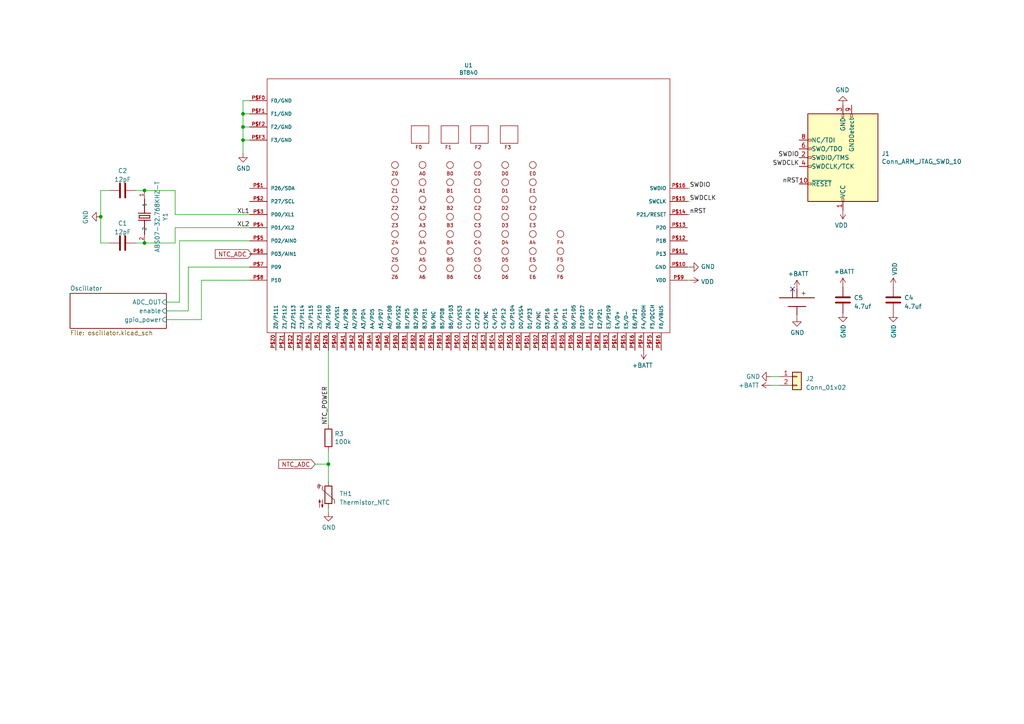
<source format=kicad_sch>
(kicad_sch (version 20230121) (generator eeschema)
  (paper "A4")
  (lib_symbols
    (symbol "Connector_Generic:Conn_01x02" (pin_names (offset 1.016) hide)
      (property "Reference" "J" (at 0 2.54 0))
      (property "Value" "Conn_01x02" (at 0 -5.08 0))
      (symbol "Conn_01x02_1_1"
        (rectangle (start -1.27 -2.413) (end 0 -2.667) (stroke (width 0.1524)))
        (rectangle (start -1.27 0.127) (end 0 -0.127) (stroke (width 0.1524)))
        (rectangle (start -1.27 1.27) (end 1.27 -3.81) (stroke (width 0.254)) (fill (type background)))
        (pin passive line (at -5.08 0 0) (length 3.81) (name "Pin_1") (number "1"))
        (pin passive line (at -5.08 -2.54 0) (length 3.81) (name "Pin_2") (number "2"))
      )
    )
    (symbol "Device:C" (pin_numbers hide) (pin_names (offset 0.254))
      (property "Reference" "C" (at 0.635 2.54 0))
      (property "Value" "C" (at 0.635 -2.54 0))
      (symbol "C_0_1"
        (polyline (pts (xy -2.032 -0.762) (xy 2.032 -0.762)) (stroke (width 0.508)))
        (polyline (pts (xy -2.032 0.762) (xy 2.032 0.762)) (stroke (width 0.508)))
      )
      (symbol "C_1_1"
        (pin passive line (at 0 3.81 270) (length 2.794) (name "~") (number "1"))
        (pin passive line (at 0 -3.81 90) (length 2.794) (name "~") (number "2"))
      )
    )
    (symbol "Device:R" (pin_numbers hide) (pin_names (offset 0))
      (property "Reference" "R" (at 2.032 0 90))
      (property "Value" "R" (at 0 0 90))
      (symbol "R_0_1"
        (rectangle (start -1.016 -2.54) (end 1.016 2.54) (stroke (width 0.254)))
      )
      (symbol "R_1_1"
        (pin passive line (at 0 3.81 270) (length 1.27) (name "~") (number "1"))
        (pin passive line (at 0 -3.81 90) (length 1.27) (name "~") (number "2"))
      )
    )
    (symbol "Device:Thermistor_NTC" (pin_numbers hide) (pin_names (offset 0))
      (property "Reference" "TH" (at -4.445 0 90))
      (property "Value" "Thermistor_NTC" (at 3.175 0 90))
      (symbol "Thermistor_NTC_0_1"
        (arc (start -3.048 2.159) (mid -3.0495 2.3143) (end -3.175 2.413))
        (arc (start -3.048 2.159) (mid -2.9736 1.9794) (end -2.794 1.905))
        (arc (start -3.048 2.794) (mid -2.9736 2.6144) (end -2.794 2.54))
        (arc (start -2.794 1.905) (mid -2.6144 1.9794) (end -2.54 2.159))
        (arc (start -2.794 2.54) (mid -2.4393 2.5587) (end -2.159 2.794))
        (arc (start -2.794 3.048) (mid -2.9736 2.9736) (end -3.048 2.794))
        (arc (start -2.54 2.794) (mid -2.6144 2.9736) (end -2.794 3.048))
        (rectangle (start -1.016 2.54) (end 1.016 -2.54) (stroke (width 0.254)))
        (polyline (pts (xy -2.54 2.159) (xy -2.54 2.794)))
        (polyline (pts (xy -1.778 2.54) (xy -1.778 1.524) (xy 1.778 -1.524) (xy 1.778 -2.54)))
        (polyline (pts (xy -2.54 -3.683) (xy -2.54 -1.397) (xy -2.794 -2.159) (xy -2.286 -2.159) (xy -2.54 -1.397) (xy -2.54 -1.651)) (fill (type outline)))
        (polyline (pts (xy -1.778 -1.397) (xy -1.778 -3.683) (xy -2.032 -2.921) (xy -1.524 -2.921) (xy -1.778 -3.683) (xy -1.778 -3.429)) (fill (type outline)))
      )
      (symbol "Thermistor_NTC_1_1"
        (pin passive line (at 0 3.81 270) (length 1.27) (name "~") (number "1"))
        (pin passive line (at 0 -3.81 90) (length 1.27) (name "~") (number "2"))
      )
    )
    (symbol "power:+BATT" (power) (pin_names (offset 0))
      (property "Value" "+BATT" (at 0 3.556 0))
      (symbol "+BATT_0_1"
        (polyline (pts (xy -0.762 1.27) (xy 0 2.54)))
        (polyline (pts (xy 0 0) (xy 0 2.54)))
        (polyline (pts (xy 0 2.54) (xy 0.762 1.27)))
      )
      (symbol "+BATT_1_1"
        (pin power_in line (at 0 0 90) (length 0) hide (name "+BATT") (number "1"))
      )
    )
    (symbol "power:GND" (power) (pin_names (offset 0))
      (property "Value" "GND" (at 0 -3.81 0))
      (symbol "GND_0_1"
        (polyline (pts (xy 0 0) (xy 0 -1.27) (xy 1.27 -1.27) (xy 0 -2.54) (xy -1.27 -1.27) (xy 0 -1.27)))
      )
      (symbol "GND_1_1"
        (pin power_in line (at 0 0 270) (length 0) hide (name "GND") (number "1"))
      )
    )
    (symbol "power:VDD" (power) (pin_names (offset 0))
      (property "Value" "VDD" (at 0 3.81 0))
      (symbol "VDD_0_1"
        (polyline (pts (xy -0.762 1.27) (xy 0 2.54)))
        (polyline (pts (xy 0 0) (xy 0 2.54)))
        (polyline (pts (xy 0 2.54) (xy 0.762 1.27)))
      )
      (symbol "VDD_1_1"
        (pin power_in line (at 0 0 90) (length 0) hide (name "VDD") (number "1"))
      )
    )
    (symbol "soilmoisture-rescue:ABS07-32.768KHZ-T-ABS07-32.768KHZ-T" (pin_names (offset 1.016))
      (property "Reference" "Y" (at -3.81 2.286 0))
      (property "Value" "ABS07-32.768KHZ-T:ABS07-32.768KHZ-T" (at -3.81 -3.81 0))
      (symbol "ABS07-32.768KHZ-T-ABS07-32.768KHZ-T_0_0"
        (polyline (pts (xy -5.08 0) (xy -1.016 0)) (stroke (width 0.254)))
        (polyline (pts (xy -1.016 0) (xy -1.016 -1.778)) (stroke (width 0.254)))
        (polyline (pts (xy -1.016 1.778) (xy -1.016 0)) (stroke (width 0.254)))
        (polyline (pts (xy -0.381 -1.524) (xy 0.381 -1.524)) (stroke (width 0.254)))
        (polyline (pts (xy -0.381 1.524) (xy -0.381 -1.524)) (stroke (width 0.254)))
        (polyline (pts (xy 0.381 -1.524) (xy 0.381 1.524)) (stroke (width 0.254)))
        (polyline (pts (xy 0.381 1.524) (xy -0.381 1.524)) (stroke (width 0.254)))
        (polyline (pts (xy 1.016 0) (xy 1.016 -1.778)) (stroke (width 0.254)))
        (polyline (pts (xy 1.016 1.778) (xy 1.016 0)) (stroke (width 0.254)))
        (polyline (pts (xy 5.08 0) (xy 1.016 0)) (stroke (width 0.254)))
        (pin passive line (at -7.62 0 0) (length 2.54) (name "1") (number "1"))
        (pin passive line (at 7.62 0 180) (length 2.54) (name "2") (number "2"))
      )
    )
    (symbol "soilmoisture-rescue:BAT-HLD-001-BAT-HLD-001" (pin_numbers hide) (pin_names (offset 1.016) hide)
      (symbol "BAT-HLD-001-BAT-HLD-001_0_0"
        (polyline (pts (xy -5.08 0) (xy 5.08 0)) (stroke (width 0.254)))
        (polyline (pts (xy -2.54 -2.54) (xy 2.54 -2.54)) (stroke (width 0.254)))
        (text "+" (at 1.0414 0.6096 0) (effects (font (size 1.27 1.27)) (justify left bottom)))
        (pin bidirectional line (at -1.27 2.54 270) (length 2.54) (name "+@1") (number "+@1"))
        (pin bidirectional line (at 0 2.54 270) (length 2.54) (name "+@2") (number "+@2"))
        (pin bidirectional line (at 0 -5.08 90) (length 2.54) (name "-") (number "-"))
      )
    )
    (symbol "soilmoisture-rescue:BT840-Fanstel-modules" (pin_names (offset 1.016))
      (property "Reference" "U" (at 0 48.26 0))
      (property "Value" "Fanstel-modules:BT840" (at 62.23 -26.67 0))
      (symbol "BT840-Fanstel-modules_0_1"
        (rectangle (start -57.15 46.99) (end 59.69 -26.67))
      )
      (symbol "BT840-Fanstel-modules_1_0"
        (polyline (pts (xy -15.3162 28.2956) (xy -15.3162 33.3756)))
        (polyline (pts (xy -15.3162 33.3756) (xy -10.2362 33.3756)))
        (polyline (pts (xy -10.2362 28.2956) (xy -15.3162 28.2956)))
        (polyline (pts (xy -10.2362 33.3756) (xy -10.2362 28.2956)))
        (polyline (pts (xy -6.6802 28.2956) (xy -6.6802 33.3756)))
        (polyline (pts (xy -6.6802 33.3756) (xy -1.6256 33.3756)))
        (polyline (pts (xy -1.6256 28.2956) (xy -6.6802 28.2956)))
        (polyline (pts (xy -1.6256 33.3756) (xy -1.6256 28.2956)))
        (polyline (pts (xy 1.905 28.2956) (xy 1.905 33.3756)))
        (polyline (pts (xy 1.905 33.3756) (xy 6.985 33.3756)))
        (polyline (pts (xy 6.985 28.2956) (xy 1.905 28.2956)))
        (polyline (pts (xy 6.985 33.3756) (xy 6.985 28.2956)))
        (polyline (pts (xy 10.5156 28.2956) (xy 10.5156 33.3756)))
        (polyline (pts (xy 10.5156 33.3756) (xy 15.5956 33.3756)))
        (polyline (pts (xy 15.5956 28.2956) (xy 10.5156 28.2956)))
        (polyline (pts (xy 15.5956 33.3756) (xy 15.5956 28.2956)))
        (text "A0" (at -12.0904 19.5072 0) (effects (font (size 1.016 1.016))))
        (text "A1" (at -12.0904 14.5034 0) (effects (font (size 1.016 1.016))))
        (text "A2" (at -12.0904 9.4996 0) (effects (font (size 1.016 1.016))))
        (text "A3" (at -12.0904 4.4958 0) (effects (font (size 1.016 1.016))))
        (text "A4" (at -12.0904 -0.4826 0) (effects (font (size 1.016 1.016))))
        (text "A4" (at 19.8628 -0.4826 0) (effects (font (size 1.016 1.016))))
        (text "A5" (at -12.0904 -5.4864 0) (effects (font (size 1.016 1.016))))
        (text "A6" (at -12.0904 -10.4902 0) (effects (font (size 1.016 1.016))))
        (text "B0" (at -4.1148 19.5072 0) (effects (font (size 1.016 1.016))))
        (text "B1" (at -4.1148 14.5034 0) (effects (font (size 1.016 1.016))))
        (text "B2" (at -4.1148 9.4996 0) (effects (font (size 1.016 1.016))))
        (text "B3" (at -4.1148 4.4958 0) (effects (font (size 1.016 1.016))))
        (text "B4" (at -4.1148 -0.4826 0) (effects (font (size 1.016 1.016))))
        (text "B5" (at -4.1148 -5.4864 0) (effects (font (size 1.016 1.016))))
        (text "B6" (at -4.1148 -10.4902 0) (effects (font (size 1.016 1.016))))
        (text "C0" (at 3.8608 19.5072 0) (effects (font (size 1.016 1.016))))
        (text "C1" (at 3.8608 14.5034 0) (effects (font (size 1.016 1.016))))
        (text "C2" (at 3.8608 9.4996 0) (effects (font (size 1.016 1.016))))
        (text "C3" (at 3.8608 4.4958 0) (effects (font (size 1.016 1.016))))
        (text "C4" (at 3.8608 -0.4826 0) (effects (font (size 1.016 1.016))))
        (text "C5" (at 3.8608 -5.4864 0) (effects (font (size 1.016 1.016))))
        (text "C6" (at 3.8608 -10.4902 0) (effects (font (size 1.016 1.016))))
        (text "D0" (at 11.8618 19.5072 0) (effects (font (size 1.016 1.016))))
        (text "D1" (at 11.8618 14.5034 0) (effects (font (size 1.016 1.016))))
        (text "D2" (at 11.8618 9.4996 0) (effects (font (size 1.016 1.016))))
        (text "D3" (at 11.8618 4.4958 0) (effects (font (size 1.016 1.016))))
        (text "D4" (at 11.8618 -0.4826 0) (effects (font (size 1.016 1.016))))
        (text "D5" (at 11.8618 -5.4864 0) (effects (font (size 1.016 1.016))))
        (text "D6" (at 11.8618 -10.4902 0) (effects (font (size 1.016 1.016))))
        (text "E0" (at 19.8628 19.5072 0) (effects (font (size 1.016 1.016))))
        (text "E1" (at 19.8628 14.5034 0) (effects (font (size 1.016 1.016))))
        (text "E2" (at 19.8628 9.4996 0) (effects (font (size 1.016 1.016))))
        (text "E3" (at 19.8628 4.4958 0) (effects (font (size 1.016 1.016))))
        (text "E5" (at 19.8628 -5.4864 0) (effects (font (size 1.016 1.016))))
        (text "E6" (at 19.8628 -10.4902 0) (effects (font (size 1.016 1.016))))
        (text "F0" (at -13.1826 27.1272 0) (effects (font (size 1.016 1.016))))
        (text "F1" (at -4.572 27.1272 0) (effects (font (size 1.016 1.016))))
        (text "F2" (at 4.0386 27.1272 0) (effects (font (size 1.016 1.016))))
        (text "F3" (at 12.6492 27.1272 0) (effects (font (size 1.016 1.016))))
        (text "F4" (at 27.8638 -0.4826 0) (effects (font (size 1.016 1.016))))
        (text "F5" (at 27.8638 -5.4864 0) (effects (font (size 1.016 1.016))))
        (text "F6" (at 27.8638 -10.4902 0) (effects (font (size 1.016 1.016))))
        (text "Z0" (at -20.0914 19.5072 0) (effects (font (size 1.016 1.016))))
        (text "Z1" (at -20.0914 14.5034 0) (effects (font (size 1.016 1.016))))
        (text "Z2" (at -20.0914 9.4996 0) (effects (font (size 1.016 1.016))))
        (text "Z3" (at -20.0914 4.4958 0) (effects (font (size 1.016 1.016))))
        (text "Z4" (at -20.0914 -0.4826 0) (effects (font (size 1.016 1.016))))
        (text "Z5" (at -20.0914 -5.4864 0) (effects (font (size 1.016 1.016))))
        (text "Z6" (at -20.0914 -10.4902 0) (effects (font (size 1.016 1.016))))
      )
      (symbol "BT840-Fanstel-modules_1_1"
        (circle (center -20.066 -7.9756) (radius 0.9906))
        (circle (center -20.066 -2.9972) (radius 0.9906))
        (circle (center -20.066 1.9812) (radius 0.9906))
        (circle (center -20.066 6.985) (radius 0.9906))
        (circle (center -20.066 11.9888) (radius 0.9906))
        (circle (center -20.066 16.9926) (radius 0.9906))
        (circle (center -20.066 21.9964) (radius 0.9906))
        (circle (center -12.065 -7.9756) (radius 0.9906))
        (circle (center -12.065 -2.9972) (radius 0.9906))
        (circle (center -12.065 1.9812) (radius 0.9906))
        (circle (center -12.065 6.985) (radius 0.9906))
        (circle (center -12.065 11.9888) (radius 0.9906))
        (circle (center -12.065 16.9926) (radius 0.9906))
        (circle (center -12.065 21.9964) (radius 0.9906))
        (circle (center -4.0894 -7.9756) (radius 0.9906))
        (circle (center -4.0894 -2.9972) (radius 0.9906))
        (circle (center -4.0894 1.9812) (radius 0.9906))
        (circle (center -4.0894 6.985) (radius 0.9906))
        (circle (center -4.0894 11.9888) (radius 0.9906))
        (circle (center -4.0894 16.9926) (radius 0.9906))
        (circle (center -4.0894 21.9964) (radius 0.9906))
        (circle (center 3.9116 -7.9756) (radius 0.9906))
        (circle (center 3.9116 -2.9972) (radius 0.9906))
        (circle (center 3.9116 1.9812) (radius 0.9906))
        (circle (center 3.9116 6.985) (radius 0.9906))
        (circle (center 3.9116 11.9888) (radius 0.9906))
        (circle (center 3.9116 16.9926) (radius 0.9906))
        (circle (center 3.9116 21.9964) (radius 0.9906))
        (circle (center 11.9126 -7.9756) (radius 0.9906))
        (circle (center 11.9126 -2.9972) (radius 0.9906))
        (circle (center 11.9126 1.9812) (radius 0.9906))
        (circle (center 11.9126 6.985) (radius 0.9906))
        (circle (center 11.9126 11.9888) (radius 0.9906))
        (circle (center 11.9126 16.9926) (radius 0.9906))
        (circle (center 11.9126 21.9964) (radius 0.9906))
        (circle (center 19.9136 -7.9756) (radius 0.9906))
        (circle (center 19.9136 -2.9972) (radius 0.9906))
        (circle (center 19.9136 1.9812) (radius 0.9906))
        (circle (center 19.9136 6.985) (radius 0.9906))
        (circle (center 19.9136 11.9888) (radius 0.9906))
        (circle (center 19.9136 16.9926) (radius 0.9906))
        (circle (center 19.9136 21.9964) (radius 0.9906))
        (circle (center 27.9146 -7.9756) (radius 0.9906))
        (circle (center 27.9146 -2.9972) (radius 0.9906))
        (circle (center 27.9146 1.9812) (radius 0.9906))
        (pin bidirectional line (at -62.23 15.24 0) (length 5.08) (name "P26/SDA") (number "P$1"))
        (pin bidirectional line (at 64.77 -7.62 180) (length 5.08) (name "GND") (number "P$10"))
        (pin bidirectional line (at 64.77 -3.81 180) (length 5.08) (name "P13") (number "P$11"))
        (pin bidirectional line (at 64.77 0 180) (length 5.08) (name "P18") (number "P$12"))
        (pin bidirectional line (at 64.77 3.81 180) (length 5.08) (name "P20") (number "P$13"))
        (pin bidirectional line (at 64.77 7.62 180) (length 5.08) (name "P21/RESET") (number "P$14"))
        (pin bidirectional line (at 64.77 11.43 180) (length 5.08) (name "SWCLK") (number "P$15"))
        (pin bidirectional line (at 64.77 15.24 180) (length 5.08) (name "SWDIO") (number "P$16"))
        (pin bidirectional line (at -62.23 11.43 0) (length 5.08) (name "P27/SCL") (number "P$2"))
        (pin bidirectional line (at -62.23 7.62 0) (length 5.08) (name "P00/XL1") (number "P$3"))
        (pin bidirectional line (at -62.23 3.81 0) (length 5.08) (name "P01/XL2") (number "P$4"))
        (pin bidirectional line (at -62.23 0 0) (length 5.08) (name "P02/AIN0") (number "P$5"))
        (pin bidirectional line (at -62.23 -3.81 0) (length 5.08) (name "P03/AIN1") (number "P$6"))
        (pin bidirectional line (at -62.23 -7.62 0) (length 5.08) (name "P09") (number "P$7"))
        (pin bidirectional line (at -62.23 -11.43 0) (length 5.08) (name "P10") (number "P$8"))
        (pin bidirectional line (at 64.77 -11.43 180) (length 5.08) (name "VDD") (number "P$9"))
        (pin bidirectional line (at -36.83 -31.75 90) (length 5.08) (name "A0/VSS1") (number "P$A0"))
        (pin bidirectional line (at -34.29 -31.75 90) (length 5.08) (name "A1/P28") (number "P$A1"))
        (pin bidirectional line (at -31.75 -31.75 90) (length 5.08) (name "A2/P29") (number "P$A2"))
        (pin bidirectional line (at -29.21 -31.75 90) (length 5.08) (name "A3/P04") (number "P$A3"))
        (pin bidirectional line (at -26.67 -31.75 90) (length 5.08) (name "A4/P05") (number "P$A4"))
        (pin bidirectional line (at -24.13 -31.75 90) (length 5.08) (name "A5/P07") (number "P$A5"))
        (pin bidirectional line (at -21.59 -31.75 90) (length 5.08) (name "A6/P108") (number "P$A6"))
        (pin bidirectional line (at -19.05 -31.75 90) (length 5.08) (name "B0/VSS2") (number "P$B0"))
        (pin bidirectional line (at -16.51 -31.75 90) (length 5.08) (name "B1/P25") (number "P$B1"))
        (pin bidirectional line (at -13.97 -31.75 90) (length 5.08) (name "B2/P30") (number "P$B2"))
        (pin bidirectional line (at -11.43 -31.75 90) (length 5.08) (name "B3/P31") (number "P$B3"))
        (pin bidirectional line (at -8.89 -31.75 90) (length 5.08) (name "B4/NC") (number "P$B4"))
        (pin bidirectional line (at -6.35 -31.75 90) (length 5.08) (name "B5/P08") (number "P$B5"))
        (pin bidirectional line (at -3.81 -31.75 90) (length 5.08) (name "B6/P103") (number "P$B6"))
        (pin bidirectional line (at -1.27 -31.75 90) (length 5.08) (name "C0/VSS3") (number "P$C0"))
        (pin bidirectional line (at 1.27 -31.75 90) (length 5.08) (name "C1/P24") (number "P$C1"))
        (pin bidirectional line (at 3.81 -31.75 90) (length 5.08) (name "C2/P22") (number "P$C2"))
        (pin bidirectional line (at 6.35 -31.75 90) (length 5.08) (name "C3/NC") (number "P$C3"))
        (pin bidirectional line (at 8.89 -31.75 90) (length 5.08) (name "C4/P15") (number "P$C4"))
        (pin bidirectional line (at 11.43 -31.75 90) (length 5.08) (name "C5/P12") (number "P$C5"))
        (pin bidirectional line (at 13.97 -31.75 90) (length 5.08) (name "C6/P104") (number "P$C6"))
        (pin bidirectional line (at 16.51 -31.75 90) (length 5.08) (name "D0/VSS4") (number "P$D0"))
        (pin bidirectional line (at 19.05 -31.75 90) (length 5.08) (name "D1/P23") (number "P$D1"))
        (pin bidirectional line (at 21.59 -31.75 90) (length 5.08) (name "D2/NC") (number "P$D2"))
        (pin bidirectional line (at 24.13 -31.75 90) (length 5.08) (name "D3/P16") (number "P$D3"))
        (pin bidirectional line (at 26.67 -31.75 90) (length 5.08) (name "D4/P14") (number "P$D4"))
        (pin bidirectional line (at 29.21 -31.75 90) (length 5.08) (name "D5/P11") (number "P$D5"))
        (pin bidirectional line (at 31.75 -31.75 90) (length 5.08) (name "D6/P105") (number "P$D6"))
        (pin bidirectional line (at 34.29 -31.75 90) (length 5.08) (name "E0/P107") (number "P$E0"))
        (pin bidirectional line (at 36.83 -31.75 90) (length 5.08) (name "E1/P20") (number "P$E1"))
        (pin bidirectional line (at 39.37 -31.75 90) (length 5.08) (name "E2/P21") (number "P$E2"))
        (pin bidirectional line (at 41.91 -31.75 90) (length 5.08) (name "E3/P109") (number "P$E3"))
        (pin bidirectional line (at 44.45 -31.75 90) (length 5.08) (name "E4/D+") (number "P$E4"))
        (pin bidirectional line (at 46.99 -31.75 90) (length 5.08) (name "E5/D-") (number "P$E5"))
        (pin bidirectional line (at 49.53 -31.75 90) (length 5.08) (name "E6/P12") (number "P$E6"))
        (pin bidirectional line (at -62.23 40.64 0) (length 5.08) (name "F0/GND") (number "P$F0"))
        (pin bidirectional line (at -62.23 36.83 0) (length 5.08) (name "F1/GND") (number "P$F1"))
        (pin bidirectional line (at -62.23 33.02 0) (length 5.08) (name "F2/GND") (number "P$F2"))
        (pin bidirectional line (at -62.23 29.21 0) (length 5.08) (name "F3/GND") (number "P$F3"))
        (pin bidirectional line (at 52.07 -31.75 90) (length 5.08) (name "F4/VDDH") (number "P$F4"))
        (pin bidirectional line (at 54.61 -31.75 90) (length 5.08) (name "F5/DCCH") (number "P$F5"))
        (pin bidirectional line (at 57.15 -31.75 90) (length 5.08) (name "F6/VBUS") (number "P$F6"))
        (pin bidirectional line (at -54.61 -31.75 90) (length 5.08) (name "Z0/P111") (number "P$Z0"))
        (pin bidirectional line (at -52.07 -31.75 90) (length 5.08) (name "Z1/P112") (number "P$Z1"))
        (pin bidirectional line (at -49.53 -31.75 90) (length 5.08) (name "Z2/P113") (number "P$Z2"))
        (pin bidirectional line (at -46.99 -31.75 90) (length 5.08) (name "Z3/P114") (number "P$Z3"))
        (pin bidirectional line (at -44.45 -31.75 90) (length 5.08) (name "Z4/P115") (number "P$Z4"))
        (pin bidirectional line (at -41.91 -31.75 90) (length 5.08) (name "Z5/P110") (number "P$Z5"))
        (pin bidirectional line (at -39.37 -31.75 90) (length 5.08) (name "Z6/P106") (number "P$Z6"))
      )
    )
    (symbol "soilmoisture-rescue:Conn_ARM_JTAG_SWD_10-Connector" (pin_names (offset 1.016))
      (property "Reference" "J" (at -2.54 16.51 0))
      (property "Value" "Connector:Conn_ARM_JTAG_SWD_10" (at -2.54 13.97 0))
      (symbol "Conn_ARM_JTAG_SWD_10-Connector_0_1"
        (rectangle (start -10.16 12.7) (end 10.16 -12.7) (stroke (width 0.254)) (fill (type background)))
        (rectangle (start -2.794 -12.7) (end -2.286 -11.684))
        (rectangle (start -0.254 -12.7) (end 0.254 -11.684))
        (rectangle (start -0.254 12.7) (end 0.254 11.684))
        (rectangle (start 9.144 2.286) (end 10.16 2.794))
        (rectangle (start 10.16 -2.794) (end 9.144 -2.286))
        (rectangle (start 10.16 -0.254) (end 9.144 0.254))
        (rectangle (start 10.16 7.874) (end 9.144 7.366))
      )
      (symbol "Conn_ARM_JTAG_SWD_10-Connector_1_1"
        (rectangle (start 9.144 -5.334) (end 10.16 -4.826))
        (pin power_in line (at 0 15.24 270) (length 2.54) (name "VCC") (number "1"))
        (pin open_collector line (at 12.7 7.62 180) (length 2.54) (name "~{RESET}") (number "10"))
        (pin bidirectional line (at 12.7 0 180) (length 2.54) (name "SWDIO/TMS") (number "2"))
        (pin power_in line (at 0 -15.24 90) (length 2.54) (name "GND") (number "3"))
        (pin output line (at 12.7 2.54 180) (length 2.54) (name "SWDCLK/TCK") (number "4"))
        (pin passive line (at 0 -15.24 90) (length 2.54) hide (name "GND") (number "5"))
        (pin input line (at 12.7 -2.54 180) (length 2.54) (name "SWO/TDO") (number "6"))
        (pin no_connect line (at -10.16 0 0) (length 2.54) hide (name "KEY") (number "7"))
        (pin output line (at 12.7 -5.08 180) (length 2.54) (name "NC/TDI") (number "8"))
        (pin input line (at -2.54 -15.24 90) (length 2.54) (name "GNDDetect") (number "9"))
      )
    )
  )
  (junction (at 29.21 62.865))
  (junction (at 41.91 70.485))
  (junction (at 70.485 33.02))
  (junction (at 41.91 55.245))
  (junction (at 70.485 36.83))
  (junction (at 70.485 40.64))
  (junction (at 95.25 134.62))
  (no_connect (at 229.87 83.82))
  (wire (pts (xy 70.485 40.64) (xy 70.485 44.45)))
  (wire (pts (xy 72.39 62.23) (xy 50.8 62.23)))
  (wire (pts (xy 70.485 33.02) (xy 70.485 36.83)))
  (wire (pts (xy 72.39 81.28) (xy 58.42 81.28)))
  (wire (pts (xy 50.8 62.23) (xy 50.8 55.245)))
  (wire (pts (xy 54.61 90.17) (xy 54.61 77.47)))
  (wire (pts (xy 58.42 92.71) (xy 48.26 92.71)))
  (wire (pts (xy 72.39 73.66) (xy 73.025 73.66)))
  (wire (pts (xy 223.52 111.76) (xy 226.06 111.76)))
  (wire (pts (xy 95.25 101.6) (xy 95.25 123.19)))
  (wire (pts (xy 52.07 69.85) (xy 52.07 87.63)))
  (wire (pts (xy 72.39 40.64) (xy 70.485 40.64)))
  (wire (pts (xy 199.39 58.42) (xy 200.025 58.42)))
  (wire (pts (xy 39.37 55.245) (xy 41.91 55.245)))
  (wire (pts (xy 223.52 109.22) (xy 226.06 109.22)))
  (wire (pts (xy 50.8 55.245) (xy 41.91 55.245)))
  (wire (pts (xy 50.8 66.04) (xy 72.39 66.04)))
  (wire (pts (xy 70.485 36.83) (xy 70.485 40.64)))
  (wire (pts (xy 72.39 36.83) (xy 70.485 36.83)))
  (wire (pts (xy 41.91 70.485) (xy 50.8 70.485)))
  (wire (pts (xy 95.25 134.62) (xy 95.25 130.81)))
  (wire (pts (xy 199.39 81.28) (xy 200.025 81.28)))
  (wire (pts (xy 72.39 29.21) (xy 70.485 29.21)))
  (wire (pts (xy 95.25 139.7) (xy 95.25 134.62)))
  (wire (pts (xy 95.25 148.59) (xy 95.25 147.32)))
  (wire (pts (xy 199.39 62.23) (xy 200.025 62.23)))
  (wire (pts (xy 91.44 134.62) (xy 95.25 134.62)))
  (wire (pts (xy 54.61 77.47) (xy 72.39 77.47)))
  (wire (pts (xy 231.14 91.44) (xy 231.14 92.075)))
  (wire (pts (xy 29.21 55.245) (xy 29.21 62.865)))
  (wire (pts (xy 58.42 81.28) (xy 58.42 92.71)))
  (wire (pts (xy 199.39 77.47) (xy 200.025 77.47)))
  (wire (pts (xy 50.8 70.485) (xy 50.8 66.04)))
  (wire (pts (xy 48.26 87.63) (xy 52.07 87.63)))
  (wire (pts (xy 39.37 70.485) (xy 41.91 70.485)))
  (wire (pts (xy 29.21 62.865) (xy 29.21 70.485)))
  (wire (pts (xy 70.485 29.21) (xy 70.485 33.02)))
  (wire (pts (xy 72.39 69.85) (xy 52.07 69.85)))
  (wire (pts (xy 48.26 90.17) (xy 54.61 90.17)))
  (wire (pts (xy 72.39 33.02) (xy 70.485 33.02)))
  (wire (pts (xy 199.39 54.61) (xy 200.025 54.61)))
  (wire (pts (xy 29.21 70.485) (xy 31.75 70.485)))
  (wire (pts (xy 31.75 55.245) (xy 29.21 55.245)))
  (label "SWDCLK" (at 200.025 58.42 0))
  (label "nRST" (at 200.025 62.23 0))
  (label "SWDIO" (at 200.025 54.61 0))
  (label "SWDCLK" (at 231.775 48.26 180))
  (label "SWDIO" (at 231.775 45.72 180))
  (label "XL1" (at 72.39 62.23 180))
  (label "XL2" (at 72.39 66.04 180))
  (label "nRST" (at 231.775 53.34 180))
  (label "NTC_POWER" (at 95.25 123.19 90))
  (global_label "NTC_ADC" (shape input) (at 73.025 73.66 180) (property "Intersheetrefs" "${INTERSHEET_REFS}" (effects hide)))
  (global_label "NTC_ADC" (shape input) (at 91.44 134.62 180) (property "Intersheetrefs" "${INTERSHEET_REFS}" (effects hide)))
  (symbol (lib_id "soilmoisture-rescue:BT840-Fanstel-modules") (at 134.62 69.85 0) (unit 1)
    (property "Reference" "U1" (at 135.89 18.9484 0) (effects (font (size 1.143 1.143))))
    (property "Value" "BT840" (at 135.89 21.082 0) (effects (font (size 1.143 1.143))))
    (property "Footprint" "Fanstel_modules:BT840-BT840" (effects hide))
  )
  (symbol (lib_id "soilmoisture-rescue:Conn_ARM_JTAG_SWD_10-Connector") (at 244.475 45.72 180) (unit 1)
    (property "Reference" "J1" (at 255.6764 44.5516 0) (effects (justify right)))
    (property "Value" "Conn_ARM_JTAG_SWD_10" (at 255.6764 46.863 0) (effects (justify right)))
    (property "Footprint" "Connector_PinHeader_1.27mm:PinHeader_2x05_P1.27mm_Vertical_SMD" (effects hide))
    (property "Datasheet" "http://infocenter.arm.com/help/topic/com.arm.doc.faqs/attached/13634/cortex_debug_connectors.pdf" (effects hide))
  )
  (symbol (lib_id "power:GND") (at 70.485 44.45 0) (unit 1)
    (property "Reference" "#PWR0101" (effects hide))
    (property "Value" "GND" (at 70.612 48.8442 0))
  )
  (symbol (lib_id "power:GND") (at 244.475 30.48 180) (unit 1)
    (property "Reference" "#PWR0102" (effects hide))
    (property "Value" "GND" (at 244.348 26.0858 0))
  )
  (symbol (lib_id "power:GND") (at 200.025 77.47 90) (unit 1)
    (property "Reference" "#PWR0103" (effects hide))
    (property "Value" "GND" (at 203.2762 77.343 90) (effects (justify right)))
  )
  (symbol (lib_id "power:+BATT") (at 186.69 101.6 180) (unit 1)
    (property "Reference" "#PWR0104" (effects hide))
    (property "Value" "+BATT" (at 186.309 105.9942 0))
  )
  (symbol (lib_id "power:VDD") (at 244.475 60.96 180) (unit 1)
    (property "Reference" "#PWR0105" (effects hide))
    (property "Value" "VDD" (at 244.0178 65.3542 0))
  )
  (symbol (lib_id "power:VDD") (at 200.025 81.28 270) (unit 1)
    (property "Reference" "#PWR0106" (effects hide))
    (property "Value" "VDD" (at 203.2762 81.7118 90) (effects (justify left)))
  )
  (symbol (lib_id "soilmoisture-rescue:BAT-HLD-001-BAT-HLD-001") (at 231.14 86.36 0) (unit 1)
    (property "Reference" "U2" (effects hide))
    (property "Value" "BAT-HLD-001" (effects hide))
    (property "Footprint" "BAT-HLD-001" (effects hide))
    (property "Datasheet" "None" (effects hide))
    (property "Field4" "Unavailable" (effects hide))
    (property "Field5" "Linx Technologies" (effects hide))
    (property "Field6" "BAT-HLD-001-TR" (effects hide))
    (property "Field7" "None" (effects hide))
    (property "Field8" "CR2032 Battery Holder Surface Mount Tape and Reel" (effects hide))
  )
  (symbol (lib_id "power:+BATT") (at 231.14 83.82 0) (unit 1)
    (property "Reference" "#PWR0107" (effects hide))
    (property "Value" "+BATT" (at 231.521 79.4258 0))
  )
  (symbol (lib_id "power:GND") (at 231.14 92.075 0) (unit 1)
    (property "Reference" "#PWR0108" (effects hide))
    (property "Value" "GND" (at 231.267 96.4692 0))
  )
  (symbol (lib_id "soilmoisture-rescue:ABS07-32.768KHZ-T-ABS07-32.768KHZ-T") (at 41.91 62.865 270) (unit 1)
    (property "Reference" "Y1" (at 47.9298 62.865 0))
    (property "Value" "ABS07-32.768KHZ-T" (at 45.6184 62.865 0))
    (property "Footprint" "ABS07-32.768KHZ-T:XTAL320X150X90" (effects hide))
    (property "Datasheet" "SMD-2 Abracon" (effects hide))
    (property "Field4" "Abracon" (effects hide))
    (property "Field5" "None" (effects hide))
    (property "Field6" "ABS07-32.768KHZ-T" (effects hide))
    (property "Field7" "Unavailable" (effects hide))
    (property "Field8" "ABS07 Series 32.768 kHz ±20 ppm 12.5 pF -40 to +85 °C SMT Low Profile Crystal" (effects hide))
  )
  (symbol (lib_id "power:GND") (at 29.21 62.865 270) (unit 1)
    (property "Reference" "#PWR0110" (effects hide))
    (property "Value" "GND" (at 24.8158 62.992 0))
  )
  (symbol (lib_id "power:+BATT") (at 223.52 111.76 90) (unit 1)
    (property "Reference" "#PWR016" (effects hide))
    (property "Value" "+BATT" (at 217.17 111.76 90))
  )
  (symbol (lib_id "power:GND") (at 259.08 90.805 0) (unit 1)
    (property "Reference" "#PWR03" (effects hide))
    (property "Value" "GND" (at 259.207 94.0562 90) (effects (justify right)))
  )
  (symbol (lib_id "power:+BATT") (at 244.475 83.185 0) (unit 1)
    (property "Reference" "#PWR04" (effects hide))
    (property "Value" "+BATT" (at 244.856 78.7908 0))
  )
  (symbol (lib_id "Device:R") (at 95.25 127 0) (unit 1)
    (property "Reference" "R3" (at 97.028 125.8316 0) (effects (justify left)))
    (property "Value" "100k" (at 97.028 128.143 0) (effects (justify left)))
    (property "Footprint" "Resistor_SMD:R_0603_1608Metric" (effects hide))
  )
  (symbol (lib_id "power:VDD") (at 259.08 83.185 0) (unit 1)
    (property "Reference" "#PWR02" (effects hide))
    (property "Value" "VDD" (at 259.5118 79.9338 90) (effects (justify left)))
  )
  (symbol (lib_id "power:GND") (at 223.52 109.22 270) (unit 1)
    (property "Reference" "#PWR017" (effects hide))
    (property "Value" "GND" (at 218.44 109.22 90))
  )
  (symbol (lib_id "Device:Thermistor_NTC") (at 95.25 143.51 0) (unit 1)
    (property "Reference" "TH1" (at 98.425 143.1925 0) (effects (justify left)))
    (property "Value" "Thermistor_NTC" (at 98.425 145.7325 0) (effects (justify left)))
    (property "Footprint" "Resistor_SMD:R_0603_1608Metric" (effects hide))
  )
  (symbol (lib_id "power:GND") (at 95.25 148.59 0) (unit 1)
    (property "Reference" "#PWR01" (effects hide))
    (property "Value" "GND" (at 95.377 152.9842 0))
  )
  (symbol (lib_id "Device:C") (at 259.08 86.995 0) (unit 1)
    (property "Reference" "C4" (at 262.255 86.36 0) (effects (justify left)))
    (property "Value" "4.7uf" (at 262.255 88.9 0) (effects (justify left)))
    (property "Footprint" "Capacitor_SMD:C_0603_1608Metric" (effects hide))
  )
  (symbol (lib_id "Connector_Generic:Conn_01x02") (at 231.14 109.22 0) (unit 1)
    (property "Reference" "J2" (at 233.68 109.855 0) (effects (justify left)))
    (property "Value" "Conn_01x02" (at 233.68 112.395 0) (effects (justify left)))
    (property "Footprint" "Connector_PinHeader_2.54mm:PinHeader_1x02_P2.54mm_Vertical" (effects hide))
  )
  (symbol (lib_id "Device:C") (at 35.56 55.245 90) (unit 1)
    (property "Reference" "C2" (at 35.56 49.53 90))
    (property "Value" "12pF" (at 35.56 52.07 90))
    (property "Footprint" "Capacitor_SMD:C_0603_1608Metric" (effects hide))
  )
  (symbol (lib_id "Device:C") (at 35.56 70.485 90) (unit 1)
    (property "Reference" "C1" (at 35.56 64.77 90))
    (property "Value" "12pF" (at 35.56 67.31 90))
    (property "Footprint" "Capacitor_SMD:C_0603_1608Metric" (effects hide))
  )
  (symbol (lib_id "power:GND") (at 244.475 90.805 0) (unit 1)
    (property "Reference" "#PWR05" (effects hide))
    (property "Value" "GND" (at 244.602 94.0562 90) (effects (justify right)))
  )
  (symbol (lib_id "Device:C") (at 244.475 86.995 0) (unit 1)
    (property "Reference" "C5" (at 247.65 86.36 0) (effects (justify left)))
    (property "Value" "4.7uf" (at 247.65 88.9 0) (effects (justify left)))
    (property "Footprint" "Capacitor_SMD:C_0603_1608Metric" (effects hide))
  )
  (sheet (at 20.32 85.09) (size 27.94 10.16) (stroke (width 0.1524))
    (property "Sheetname" "Oscillator" (at 20.32 84.3784 0) (effects (justify left bottom)))
    (property "Sheetfile" "oscillator.kicad_sch" (at 20.32 95.8346 0) (effects (justify left top)))
    (pin "enable" input (at 48.26 90.17 0))
    (pin "gpio_power" input (at 48.26 92.71 0))
    (pin "ADC_OUT" input (at 48.26 87.63 0))
  )
)
</source>
